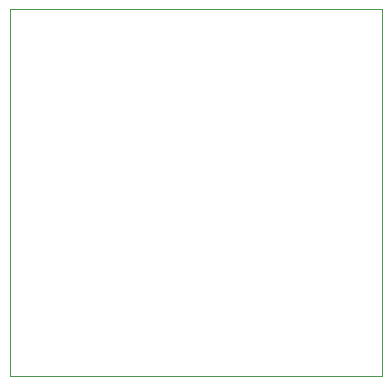
<source format=gbr>
%TF.GenerationSoftware,KiCad,Pcbnew,8.0.4*%
%TF.CreationDate,2024-09-03T13:19:50-07:00*%
%TF.ProjectId,3sept24 TH LED N RESISTOR,33736570-7432-4342-9054-48204c454420,rev?*%
%TF.SameCoordinates,Original*%
%TF.FileFunction,Profile,NP*%
%FSLAX46Y46*%
G04 Gerber Fmt 4.6, Leading zero omitted, Abs format (unit mm)*
G04 Created by KiCad (PCBNEW 8.0.4) date 2024-09-03 13:19:50*
%MOMM*%
%LPD*%
G01*
G04 APERTURE LIST*
%TA.AperFunction,Profile*%
%ADD10C,0.050000*%
%TD*%
G04 APERTURE END LIST*
D10*
X122500000Y-83000000D02*
X154000000Y-83000000D01*
X154000000Y-114000000D01*
X122500000Y-114000000D01*
X122500000Y-83000000D01*
M02*

</source>
